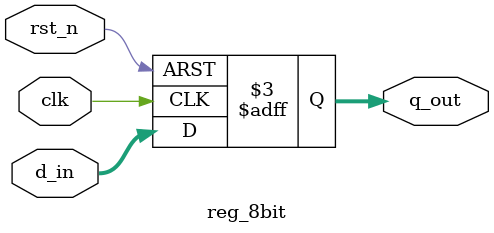
<source format=v>
`timescale 1ns / 1ps
module reg_8bit(
        input   wire        clk     ,
        input   wire        rst_n   ,
        input   wire [7:0]  d_in    ,  //寄存器输入
        
        output  reg  [7:0]  q_out      //寄存器输出
    );
    
    
    //8bit寄存器
    always @ (posedge clk or negedge rst_n) begin
        if(rst_n == 1'b0) begin
            q_out <= 8'b0;
        end else begin
            q_out <= d_in;
        end
    end
    
endmodule

</source>
